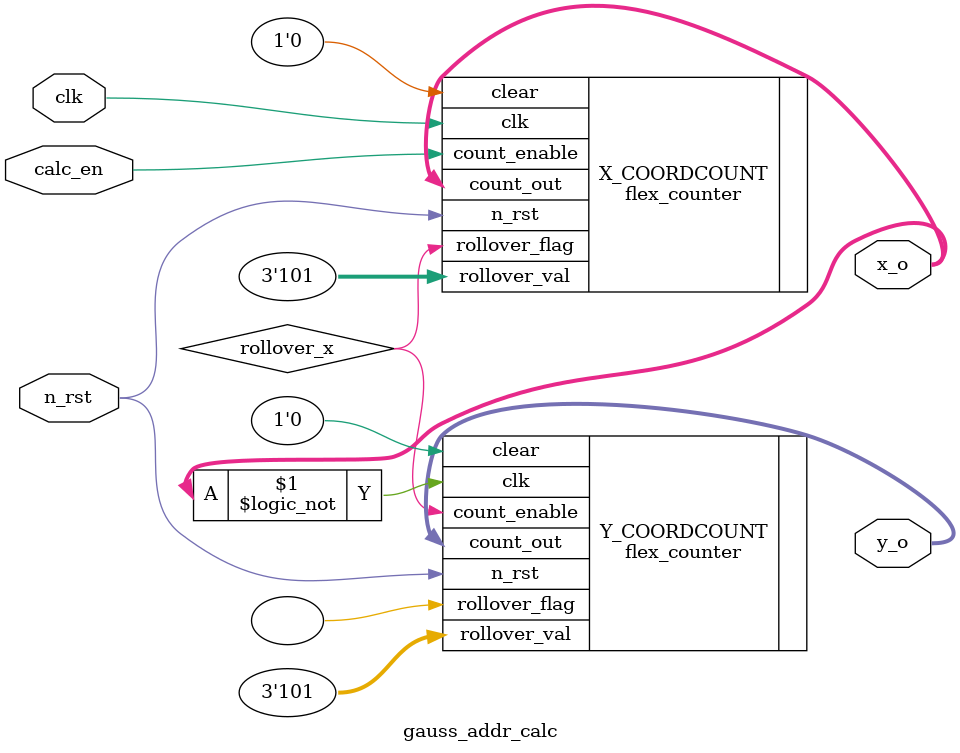
<source format=sv>

module gauss_addr_calc
(
	input clk,
	input n_rst,
	input calc_en,    // Calc_done from gaussian_blur
	output [2:0] x_o,
	output [2:0] y_o
);
	reg rollover_x;
	//assign clear_x = (x_o==3'b101);
	// Count for input coordingnates for x
	flex_counter #(3) X_COORDCOUNT
	(
		.clk(clk),
		.n_rst(n_rst),
		.clear(1'b0),
		.count_enable(calc_en),
		.rollover_val(3'b101),
		.count_out(x_o),
		.rollover_flag(rollover_x)
	);
	//assign clear_y = (x_o==3'b101&&y_o==3'b101);

	// Count for input coordingnates for y
	flex_counter #(3) Y_COORDCOUNT
	(
		.clk(x_o == 3'd0),
		.n_rst(n_rst),
		.clear(1'b0),
		.count_enable(rollover_x),
		.rollover_val(3'b101),
		.count_out(y_o),
		.rollover_flag()
	);
endmodule



</source>
